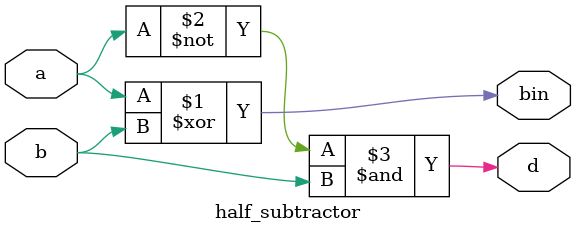
<source format=v>
`timescale 1ns / 1ps
module half_subtractor(input a,b, output bin,d);
assign bin = a^b;
assign d = ~a&b;
endmodule

</source>
